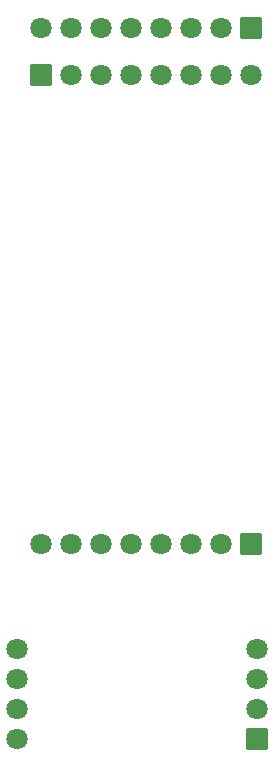
<source format=gbs>
G04 Layer: BottomSolderMaskLayer*
G04 EasyEDA v6.5.34, 2023-10-04 19:43:08*
G04 c11720abcaec4e6590754cbdbbe34226,5a6b42c53f6a479593ecc07194224c93,10*
G04 Gerber Generator version 0.2*
G04 Scale: 100 percent, Rotated: No, Reflected: No *
G04 Dimensions in millimeters *
G04 leading zeros omitted , absolute positions ,4 integer and 5 decimal *
%FSLAX45Y45*%
%MOMM*%

%AMMACRO1*1,1,$1,$2,$3*1,1,$1,$4,$5*1,1,$1,0-$2,0-$3*1,1,$1,0-$4,0-$5*20,1,$1,$2,$3,$4,$5,0*20,1,$1,$4,$5,0-$2,0-$3,0*20,1,$1,0-$2,0-$3,0-$4,0-$5,0*20,1,$1,0-$4,0-$5,$2,$3,0*4,1,4,$2,$3,$4,$5,0-$2,0-$3,0-$4,0-$5,$2,$3,0*%
%ADD10MACRO1,0.1016X-0.85X0.85X0.85X0.85*%
%ADD11C,1.8016*%
%ADD12MACRO1,0.1016X-0.85X-0.85X0.85X-0.85*%
%ADD13MACRO1,0.1016X0.85X0.85X-0.85X0.85*%
%ADD14MACRO1,0.1016X0.85X-0.85X0.85X0.85*%

%LPD*%
D10*
G01*
X2937494Y3216894D03*
D11*
G01*
X2683497Y3216897D03*
G01*
X2429497Y3216897D03*
G01*
X2175497Y3216897D03*
G01*
X1921497Y3216897D03*
G01*
X1667497Y3216897D03*
G01*
X1413497Y3216897D03*
G01*
X1159497Y3216897D03*
D12*
G01*
X2938294Y7578498D03*
D11*
G01*
X2684297Y7578496D03*
G01*
X2430297Y7578496D03*
G01*
X2176297Y7578496D03*
G01*
X1922297Y7578496D03*
G01*
X1668297Y7578496D03*
G01*
X1414297Y7578496D03*
G01*
X1160297Y7578496D03*
D13*
G01*
X1159494Y7186470D03*
D11*
G01*
X1413492Y7186472D03*
G01*
X1667492Y7186472D03*
G01*
X1921492Y7186472D03*
G01*
X2175492Y7186472D03*
G01*
X2429492Y7186472D03*
G01*
X2683492Y7186472D03*
G01*
X2937492Y7186472D03*
D14*
G01*
X2990799Y1562100D03*
D11*
G01*
X2990799Y1816100D03*
G01*
X2990799Y2070100D03*
G01*
X2990799Y2324100D03*
G01*
X958799Y2324100D03*
G01*
X958799Y1562100D03*
G01*
X958799Y1816100D03*
G01*
X958799Y2070100D03*
M02*

</source>
